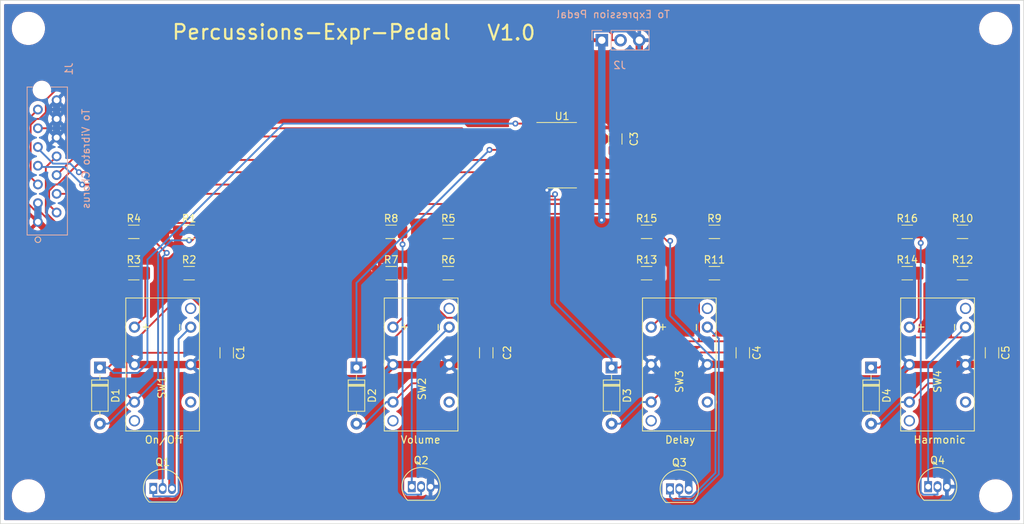
<source format=kicad_pcb>
(kicad_pcb (version 20211014) (generator pcbnew)
  (title_block (title "Vibrato-Chorus-Leslie") (date "2022-02-03") (rev "1.0") (company "Picherie"))
  (layers (0 "F.Cu" signal) (31 "B.Cu" signal) (34 "B.Paste" user) (35 "F.Paste" user) (36 "B.SilkS" user "B.Silkscreen") (37 "F.SilkS" user "F.Silkscreen") (38 "B.Mask" user) (39 "F.Mask" user) (44 "Edge.Cuts" user))
  (net 0 "")
  (net 1 "Net-(C2-Pad1)")
  (net 2 "Net-(C4-Pad1)")
  (net 3 "+5V")
  (net 4 "/EXPR_PEDAL")
  (net 5 "GND")
  (net 6 "Net-(C5-Pad1)")
  (net 7 "Net-(D4-Pad2)")
  (net 8 "/PERC_HARMONIC_THIRD_LED")
  (net 9 "/PERC_HARMONIC_SEL_SWITCH")
  (net 10 "/PERC_ON_OFF_SWITCH")
  (net 11 "/PERC_DELAY_SWITCH")
  (net 12 "Net-(Q4-Pad1)")
  (net 13 "/PERC_DELAY_FAST_LED")
  (net 14 "Net-(Q4-Pad2)")
  (net 15 "/PERC_VOLUME_SWITCH")
  (net 16 "Net-(R14-Pad2)")
  (net 17 "/PERC_VOLUME_NORMAL_LED")
  (net 19 "/PERC_ON_LED")
  (net 20 "Net-(C1-Pad1)")
  (net 21 "Net-(D1-Pad2)")
  (net 22 "Net-(D2-Pad2)")
  (net 23 "Net-(D3-Pad2)")
  (net 24 "Net-(Q2-Pad2)")
  (net 25 "Net-(Q2-Pad1)")
  (net 26 "Net-(Q3-Pad1)")
  (net 27 "Net-(Q3-Pad2)")
  (net 28 "Net-(R7-Pad2)")
  (net 29 "Net-(Q1-Pad1)")
  (net 30 "Net-(Q1-Pad2)")
  (net 31 "Net-(R3-Pad2)")
  (net 32 "Net-(R13-Pad2)")
  (footprint "Resistor_SMD:R_1206_3216Metric_Pad1.30x1.75mm_HandSolder" (layer "F.Cu") (at 206.5 94)
    (fp_text reference "R14")
    (fp_text value "140" hide)
  )
  (footprint "b3_buttons_library:5511MBLKRED" (layer "F.Cu") (at 105.5 106.4 -90)
    (fp_text reference "SW1")
    (fp_text value "E-SWITCH-SW_Push_LED" hide)
  )
  (footprint "b3_buttons_library:5511MBLKRED" (layer "F.Cu") (at 210.6 106.4 -90)
    (fp_text reference "SW4")
    (fp_text value "E-SWITCH-SW_Push_LED" hide)
  )
  (footprint "Resistor_SMD:R_1206_3216Metric_Pad1.30x1.75mm_HandSolder" (layer "F.Cu") (at 171.15 88.4)
    (fp_text reference "R15")
    (fp_text value "2.8K" hide)
  )
  (footprint "Capacitor_SMD:C_1206_3216Metric_Pad1.33x1.80mm_HandSolder" (layer "F.Cu") (at 184.2 104.8 -90)
    (fp_text reference "C4")
    (fp_text value "1uF" hide)
  )
  (footprint "Resistor_SMD:R_1206_3216Metric_Pad1.30x1.75mm_HandSolder" (layer "F.Cu") (at 180.35 88.4)
    (fp_text reference "R9")
    (fp_text value "7.5K" hide)
  )
  (footprint "Resistor_SMD:R_1206_3216Metric_Pad1.30x1.75mm_HandSolder" (layer "F.Cu") (at 109.1 88.4)
    (fp_text reference "R1")
    (fp_text value "7.5K" hide)
  )
  (footprint "Package_TO_SOT_THT:TO-92_Inline" (layer "F.Cu") (at 209.34 122.96)
    (fp_text reference "Q4")
    (fp_text value "BC547" hide)
  )
  (footprint "Package_TO_SOT_THT:TO-92_Inline" (layer "F.Cu") (at 139.3 122.96)
    (fp_text reference "Q2")
    (fp_text value "BC547" hide)
  )
  (footprint "Capacitor_SMD:C_1206_3216Metric_Pad1.33x1.80mm_HandSolder" (layer "F.Cu") (at 149.4 104.8 -90)
    (fp_text reference "C2")
    (fp_text value "1uF" hide)
  )
  (footprint "Resistor_SMD:R_1206_3216Metric_Pad1.30x1.75mm_HandSolder" (layer "F.Cu") (at 109.1 94)
    (fp_text reference "R2")
    (fp_text value "18K" hide)
  )
  (footprint "Resistor_SMD:R_1206_3216Metric_Pad1.30x1.75mm_HandSolder" (layer "F.Cu") (at 101.6 94)
    (fp_text reference "R3")
    (fp_text value "140" hide)
  )
  (footprint "Diode_THT:D_DO-35_SOD27_P7.62mm_Horizontal" (layer "F.Cu") (at 166.4 106.8 -90)
    (fp_text reference "D3")
    (fp_text value "1N4148" hide)
  )
  (footprint "Resistor_SMD:R_1206_3216Metric_Pad1.30x1.75mm_HandSolder" (layer "F.Cu") (at 144.25 94)
    (fp_text reference "R6")
    (fp_text value "18K" hide)
  )
  (footprint "Package_TO_SOT_THT:TO-92_Inline" (layer "F.Cu") (at 104.24 123.2)
    (fp_text reference "Q1")
    (fp_text value "BC547" hide)
  )
  (footprint "MountingHole:MountingHole_3.5mm" (layer "F.Cu") (at 87.3 124.2)
    (fp_text reference "REF4" hide)
    (fp_text value "MountingHole_3.5mm" hide)
  )
  (footprint "Diode_THT:D_DO-35_SOD27_P7.62mm_Horizontal" (layer "F.Cu") (at 97 106.8 -90)
    (fp_text reference "D1")
    (fp_text value "1N4148" hide)
  )
  (footprint "Resistor_SMD:R_1206_3216Metric_Pad1.30x1.75mm_HandSolder" (layer "F.Cu") (at 101.6 88.4)
    (fp_text reference "R4")
    (fp_text value "2.8K" hide)
  )
  (footprint "Resistor_SMD:R_1206_3216Metric_Pad1.30x1.75mm_HandSolder" (layer "F.Cu") (at 214 88.4)
    (fp_text reference "R10")
    (fp_text value "7.5K" hide)
  )
  (footprint "Resistor_SMD:R_1206_3216Metric_Pad1.30x1.75mm_HandSolder" (layer "F.Cu") (at 136.5 94)
    (fp_text reference "R7")
    (fp_text value "140" hide)
  )
  (footprint "Resistor_SMD:R_1206_3216Metric_Pad1.30x1.75mm_HandSolder" (layer "F.Cu") (at 171.15 94)
    (fp_text reference "R13")
    (fp_text value "140" hide)
  )
  (footprint "Package_SO:SOIC-14_3.9x8.7mm_P1.27mm" (layer "F.Cu") (at 159.7 78)
    (fp_text reference "U1")
    (fp_text value "74HC14" hide)
  )
  (footprint "Diode_THT:D_DO-35_SOD27_P7.62mm_Horizontal" (layer "F.Cu") (at 131.8 106.8 -90)
    (fp_text reference "D2")
    (fp_text value "1N4148" hide)
  )
  (footprint "MountingHole:MountingHole_3.5mm" (layer "F.Cu") (at 218.5 60.8)
    (fp_text reference "REF2" hide)
    (fp_text value "MountingHole_3.5mm" hide)
  )
  (footprint "Diode_THT:D_DO-35_SOD27_P7.62mm_Horizontal" (layer "F.Cu") (at 201.6 106.8 -90)
    (fp_text reference "D4")
    (fp_text value "1N4148" hide)
  )
  (footprint "MountingHole:MountingHole_3.5mm" (layer "F.Cu") (at 218.5 124.2)
    (fp_text reference "REF3" hide)
    (fp_text value "MountingHole_3.5mm" hide)
  )
  (footprint "Capacitor_SMD:C_1206_3216Metric_Pad1.33x1.80mm_HandSolder" (layer "F.Cu") (at 166.9 75.8 -90)
    (fp_text reference "C3")
    (fp_text value "100n" hide)
  )
  (footprint "Capacitor_SMD:C_1206_3216Metric_Pad1.33x1.80mm_HandSolder" (layer "F.Cu") (at 114.2 104.8 -90)
    (fp_text reference "C1")
    (fp_text value "1uF" hide)
  )
  (footprint "Resistor_SMD:R_1206_3216Metric_Pad1.30x1.75mm_HandSolder" (layer "F.Cu") (at 206.5 88.4)
    (fp_text reference "R16")
    (fp_text value "2.8K" hide)
  )
  (footprint "b3_buttons_library:5511MBLKRED" (layer "F.Cu") (at 175.58 106.4 -90)
    (fp_text reference "SW3")
    (fp_text value "E-SWITCH-SW_Push_LED" hide)
  )
  (footprint "Capacitor_SMD:C_1206_3216Metric_Pad1.33x1.80mm_HandSolder" (layer "F.Cu") (at 218 104.8 -90)
    (fp_text reference "C5")
    (fp_text value "1uF" hide)
  )
  (footprint "Resistor_SMD:R_1206_3216Metric_Pad1.30x1.75mm_HandSolder" (layer "F.Cu") (at 180.35 94)
    (fp_text reference "R11")
    (fp_text value "18K" hide)
  )
  (footprint "Resistor_SMD:R_1206_3216Metric_Pad1.30x1.75mm_HandSolder" (layer "F.Cu") (at 144.25 88.4)
    (fp_text reference "R5")
    (fp_text value "7.5K" hide)
  )
  (footprint "Resistor_SMD:R_1206_3216Metric_Pad1.30x1.75mm_HandSolder" (layer "F.Cu") (at 136.5 88.4)
    (fp_text reference "R8")
    (fp_text value "2.8K" hide)
  )
  (footprint "Package_TO_SOT_THT:TO-92_Inline" (layer "F.Cu") (at 174.32 123.26)
    (fp_text reference "Q3")
    (fp_text value "BC547" hide)
  )
  (footprint "MountingHole:MountingHole_3.5mm" (layer "F.Cu") (at 87.3 60.8)
    (fp_text reference "REF1" hide)
    (fp_text value "MountingHole_3.5mm" hide)
  )
  (footprint "b3_buttons_library:5511MBLKRED" (layer "F.Cu") (at 140.56 106.4 -90)
    (fp_text reference "SW2")
    (fp_text value "E-SWITCH-SW_Push_LED" hide)
  )
  (footprint "Resistor_SMD:R_1206_3216Metric_Pad1.30x1.75mm_HandSolder" (layer "F.Cu") (at 214 94)
    (fp_text reference "R12")
    (fp_text value "18K" hide)
  )
  (footprint "b3_connectors_library:MicroMatch_2x07_P1.27mm_Vertical" (layer "B.Cu") (at 88.6365 87.0596 90)
    (fp_text reference "J1")
    (fp_text value "8-215079-4" hide)
  )
  (footprint "Connector_PinHeader_2.54mm:PinHeader_1x03_P2.54mm_Vertical" (layer "B.Cu") (at 165.075 62.4 -90)
    (fp_text reference "J2")
    (fp_text value "Conn_01x03" hide)
  )
  (gr_line (start 95.1 128) (end 185.4 128) (layer "Edge.Cuts") (width 0.1))
  (gr_line (start 222.3 128) (end 222.3 57) (layer "Edge.Cuts") (width 0.1))
  (gr_line (start 83.5 128) (end 95.1 128) (layer "Edge.Cuts") (width 0.1))
  (gr_line (start 83.5 57) (end 83.5 128) (layer "Edge.Cuts") (width 0.1))
  (gr_line (start 95.4 57) (end 222.3 57) (layer "Edge.Cuts") (width 0.1))
  (gr_line (start 185.4 128) (end 222.3 128) (layer "Edge.Cuts") (width 0.1))
  (gr_line (start 95.4 57) (end 83.5 57) (layer "Edge.Cuts") (width 0.1))
  (gr_text "To Vibrato Chorus" (at 95.1 78.5 90) (layer "B.SilkS") (effects (font (size 1 1)) (justify mirror)))
  (gr_text "To Expression Pedal" (at 166.6 58.9) (layer "B.SilkS") (effects (font (size 1 1)) (justify mirror)))
  (gr_text "Volume" (at 140.5 116.6) (layer "F.SilkS") (effects (font (size 1 1))))
  (gr_text "Delay" (at 175.7 116.6) (layer "F.SilkS") (effects (font (size 1 1))))
  (gr_text "On/Off" (at 105.7 116.6) (layer "F.SilkS") (effects (font (size 1 1))))
  (gr_text "Percussions-Expr-Pedal" (at 125.7 61.3) (layer "F.SilkS") (effects (font (size 2 2) (thickness 0.3))))
  (gr_text "Harmonic" (at 210.9 116.6) (layer "F.SilkS") (effects (font (size 1 1))))
  (gr_text "V1.0" (at 152.8 61.4) (layer "F.SilkS") (effects (font (size 2 2) (thickness 0.3))))
  (segment (start 141.8555 97.8698) (end 142.7 97.0253) (width 0.25) (layer "F.Cu") (net 1))
  (segment (start 157.225 76.73) (end 156.6789 77.2761) (width 0.25) (layer "F.Cu") (net 1))
  (segment (start 156.6789 77.2761) (end 149.8399 77.2761) (width 0.25) (layer "F.Cu") (net 1))
  (segment (start 131.8 106.8) (end 132.9253 106.8) (width 0.25) (layer "F.Cu") (net 1))
  (segment (start 132.9253 106.8) (end 141.8555 97.8698) (width 0.25) (layer "F.Cu") (net 1))
  (segment (start 141.8555 97.8698) (end 144.0356 100.05) (width 0.25) (layer "F.Cu") (net 1))
  (segment (start 144.0356 100.05) (end 146.2125 100.05) (width 0.25) (layer "F.Cu") (net 1))
  (segment (start 146.2125 100.05) (end 149.4 103.2375) (width 0.25) (layer "F.Cu") (net 1))
  (segment (start 142.7 97.0253) (end 142.7 94) (width 0.25) (layer "F.Cu") (net 1))
  (via (at 149.8399 77.2761) (size 0.8) (drill 0.4) (layers "F.Cu" "B.Cu") (net 1))
  (segment (start 149.8399 77.2761) (end 131.8 95.316) (width 0.25) (layer "B.Cu") (net 1))
  (segment (start 131.8 95.316) (end 131.8 106.8) (width 0.25) (layer "B.Cu") (net 1))
  (segment (start 158.7345 83.2935) (end 158.4594 83.5686) (width 0.25) (layer "F.Cu") (net 2))
  (segment (start 156.7384 79.27) (end 157.225 79.27) (width 0.25) (layer "F.Cu") (net 2))
  (segment (start 157.2363 83.5686) (end 155.9121 82.2444) (width 0.25) (layer "F.Cu") (net 2))
  (segment (start 155.9121 82.2444) (end 155.9121 80.0963) (width 0.25) (layer "F.Cu") (net 2))
  (segment (start 166.4 106.8) (end 167.5253 106.8) (width 0.25) (layer "F.Cu") (net 2))
  (segment (start 178.8 94) (end 178.2658 94.5342) (width 0.25) (layer "F.Cu") (net 2))
  (segment (start 171.0878 103.2375) (end 178.2658 103.2375) (width 0.25) (layer "F.Cu") (net 2))
  (segment (start 155.9121 80.0963) (end 156.7384 79.27) (width 0.25) (layer "F.Cu") (net 2))
  (segment (start 167.5253 106.8) (end 171.0878 103.2375) (width 0.25) (layer "F.Cu") (net 2))
  (segment (start 158.4594 83.5686) (end 157.2363 83.5686) (width 0.25) (layer "F.Cu") (net 2))
  (segment (start 178.2658 103.2375) (end 184.2 103.2375) (width 0.25) (layer "F.Cu") (net 2))
  (segment (start 178.2658 94.5342) (end 178.2658 103.2375) (width 0.25) (layer "F.Cu") (net 2))
  (via (at 158.7345 83.2935) (size 0.8) (drill 0.4) (layers "F.Cu" "B.Cu") (net 2))
  (segment (start 166.4 105.6747) (end 158.7345 98.0092) (width 0.25) (layer "B.Cu") (net 2))
  (segment (start 166.4 106.8) (end 166.4 105.6747) (width 0.25) (layer "B.Cu") (net 2))
  (segment (start 158.7345 98.0092) (end 158.7345 83.2935) (width 0.25) (layer "B.Cu") (net 2))
  (segment (start 166.9 74.2375) (end 164.5138 71.8512) (width 1) (layer "F.Cu") (net 3))
  (segment (start 204.95 94) (end 207.4625 91.4875) (width 1) (layer "F.Cu") (net 3))
  (segment (start 180.3835 86.8165) (end 197.7665 86.8165) (width 1) (layer "F.Cu") (net 3))
  (segment (start 142.7 88.4) (end 144.2962 86.8038) (width 1) (layer "F.Cu") (net 3))
  (segment (start 169.6 91.2) (end 169.6 94) (width 1) (layer "F.Cu") (net 3))
  (segment (start 132.2735 91.3235) (end 134.95 94) (width 1) (layer "F.Cu") (net 3))
  (segment (start 207.4625 91.4875) (end 209.3625 91.4875) (width 1) (layer "F.Cu") (net 3))
  (segment (start 137.5098 91.4402) (end 139.6598 91.4402) (width 1) (layer "F.Cu") (net 3))
  (segment (start 101.6979 92.3521) (end 106.5214 92.3521) (width 1) (layer "F.Cu") (net 3))
  (segment (start 178.8 88.4) (end 180.3835 86.8165) (width 1) (layer "F.Cu") (net 3))
  (segment (start 95.5447 94) (end 100.05 94) (width 1) (layer "F.Cu") (net 3))
  (segment (start 165.075 62.4) (end 165.075 71.29) (width 1) (layer "F.Cu") (net 3))
  (segment (start 209.3625 91.4875) (end 212.45 88.4) (width 1) (layer "F.Cu") (net 3))
  (segment (start 197.7665 86.8165) (end 204.95 94) (width 1) (layer "F.Cu") (net 3))
  (segment (start 164.5138 71.8512) (end 162.175 74.19) (width 1) (layer "F.Cu") (net 3))
  (segment (start 106.5214 92.3521) (end 107.55 91.3235) (width 1) (layer "F.Cu") (net 3))
  (segment (start 165.2038 86.8038) (end 169.6 91.2) (width 1) (layer "F.Cu") (net 3))
  (segment (start 100.05 94) (end 101.6979 92.3521) (width 1) (layer "F.Cu") (net 3))
  (segment (start 176 91.2) (end 178.8 88.4) (width 1) (layer "F.Cu") (net 3))
  (segment (start 107.55 91.3235) (end 132.2735 91.3235) (width 1) (layer "F.Cu") (net 3))
  (segment (start 88.5917 87.047) (end 95.5447 94) (width 1) (layer "F.Cu") (net 3))
  (segment (start 107.55 91.3235) (end 107.55 88.4) (width 1) (layer "F.Cu") (net 3))
  (segment (start 169.6 91.2) (end 176 91.2) (width 1) (layer "F.Cu") (net 3))
  (segment (start 165.075 71.29) (end 164.5138 71.8512) (width 1) (layer "F.Cu") (net 3))
  (segment (start 165.0438 86.8038) (end 165.2038 86.8038) (width 1) (layer "F.Cu") (net 3))
  (segment (start 144.2962 86.8038) (end 165.0438 86.8038) (width 1) (layer "F.Cu") (net 3))
  (segment (start 139.6598 91.4402) (end 142.7 88.4) (width 1) (layer "F.Cu") (net 3))
  (segment (start 134.95 94) (end 137.5098 91.4402) (width 1) (layer "F.Cu") (net 3))
  (via (at 165.0438 86.8038) (size 0.8) (drill 0.4) (layers "F.Cu" "B.Cu") (net 3))
  (segment (start 88.5917 84.507) (end 88.5917 87.047) (width 1) (layer "B.Cu") (net 3))
  (segment (start 165.075 62.4) (end 165.075 86.7726) (width 1) (layer "B.Cu") (net 3))
  (segment (start 165.075 86.7726) (end 165.0438 86.8038) (width 1) (layer "B.Cu") (net 3))
  (segment (start 167.615 62.4) (end 166.4397 62.4) (width 0.25) (layer "F.Cu") (net 4))
  (segment (start 88.7698 73.077) (end 88.406 73.077) (width 0.25) (layer "F.Cu") (net 4))
  (segment (start 87.6042 80.9795) (end 88.5917 81.967) (width 0.25) (layer "F.Cu") (net 4))
  (segment (start 166.4397 62.4) (end 166.4397 61.592) (width 0.25) (layer "F.Cu") (net 4))
  (segment (start 87.6042 73.8788) (end 87.6042 80.9795) (width 0.25) (layer "F.Cu") (net 4))
  (segment (start 89.6634 70.5082) (end 89.6634 72.1834) (width 0.25) (layer "F.Cu") (net 4))
  (segment (start 166.0723 61.2246) (end 98.947 61.2246) (width 0.25) (layer "F.Cu") (net 4))
  (segment (start 89.6634 72.1834) (end 88.7698 73.077) (width 0.25) (layer "F.Cu") (net 4))
  (segment (start 166.4397 61.592) (end 166.0723 61.2246) (width 0.25) (layer "F.Cu") (net 4))
  (segment (start 88.406 73.077) (end 87.6042 73.8788) (width 0.25) (layer "F.Cu") (net 4))
  (segment (start 98.947 61.2246) (end 89.6634 70.5082) (width 0.25) (layer "F.Cu") (net 4))
  (segment (start 106.78 106.4) (end 106.78 123.2) (width 1) (layer "F.Cu") (net 5))
  (segment (start 184.2 106.3625) (end 186.1718 108.3343) (width 1) (layer "F.Cu") (net 5))
  (segment (start 149.3625 106.4) (end 149.4 106.3625) (width 1) (layer "F.Cu") (net 5))
  (segment (start 114.2 106.3625) (end 109.3475 106.3625) (width 1) (layer "F.Cu") (net 5))
  (segment (start 116.1379 108.3004) (end 114.2 106.3625) (width 1) (layer "F.Cu") (net 5))
  (segment (start 157.225 82.3386) (end 157.6203 82.7339) (width 1) (layer "F.Cu") (net 5))
  (segment (start 206.79 106.4) (end 214.41 106.4) (width 1) (layer "F.Cu") (net 5))
  (segment (start 218 106.3625) (end 214.4475 106.3625) (width 1) (layer "F.Cu") (net 5))
  (segment (start 204.8557 108.3343) (end 206.79 106.4) (width 1) (layer "F.Cu") (net 5))
  (segment (start 144.37 106.4) (end 136.75 106.4) (width 1) (layer "F.Cu") (net 5))
  (segment (start 109.31 106.4) (end 106.78 106.4) (width 1) (layer "F.Cu") (net 5))
  (segment (start 170.155 62.4) (end 170.155 74.1075) (width 1) (layer "F.Cu") (net 5))
  (segment (start 214.4475 106.3625) (end 214.41 106.4) (width 1) (layer "F.Cu") (net 5))
  (segment (start 109.3475 106.3625) (end 109.31 106.4) (width 1) (layer "F.Cu") (net 5))
  (segment (start 179.4275 106.3625) (end 184.2 106.3625) (width 1) (layer "F.Cu") (net 5))
  (segment (start 144.37 106.4) (end 149.3625 106.4) (width 1) (layer "F.Cu") (net 5))
  (segment (start 170.155 74.1075) (end 166.9 77.3625) (width 1) (layer "F.Cu") (net 5))
  (segment (start 134.8496 108.3004) (end 116.1379 108.3004) (width 1) (layer "F.Cu") (net 5))
  (segment (start 106.78 106.4) (end 101.69 106.4) (width 1) (layer "F.Cu") (net 5))
  (segment (start 157.225 81.81) (end 157.225 82.3386) (width 1) (layer "F.Cu") (net 5))
  (segment (start 179.39 106.4) (end 179.4275 106.3625) (width 1) (layer "F.Cu") (net 5))
  (segment (start 136.75 106.4) (end 134.8496 108.3004) (width 1) (layer "F.Cu") (net 5))
  (segment (start 186.1718 108.3343) (end 204.8557 108.3343) (width 1) (layer "F.Cu") (net 5))
  (via (at 157.6203 82.7339) (size 0.8) (drill 0.4) (layers "F.Cu" "B.Cu") (net 5))
  (segment (start 163.4967 61.2402) (end 163.8885 60.8484) (width 1) (layer "B.Cu") (net 5))
  (segment (start 153.8853 96.8847) (end 144.37 106.4) (width 1) (layer "B.Cu") (net 5))
  (segment (start 179.39 106.4) (end 176.2151 109.5749) (width 1) (layer "B.Cu") (net 5))
  (segment (start 211.88 122.96) (end 211.88 108.93) (width 1) (layer "B.Cu") (net 5))
  (segment (start 91.1317 73.077) (end 91.1317 75.617) (width 1) (layer "B.Cu") (net 5))
  (segment (start 101.69 106.4) (end 96.8017 101.5117) (width 1) (layer "B.Cu") (net 5))
  (segment (start 144.37 106.4) (end 141.84 108.93) (width 1) (layer "B.Cu") (net 5))
  (segment (start 176.2151 109.5749) (end 176.86 110.2198) (width 1) (layer "B.Cu") (net 5))
  (segment (start 163.4967 77.278) (end 163.4967 61.2402) (width 1) (layer "B.Cu") (net 5))
  (segment (start 211.88 108.93) (end 214.41 106.4) (width 1) (layer "B.Cu") (net 5))
  (segment (start 171.77 106.4) (end 174.9449 109.5749) (width 1) (layer "B.Cu") (net 5))
  (segment (start 163.8885 60.8484) (end 168.6034 60.8484) (width 1) (layer "B.Cu") (net 5))
  (segment (start 176.86 110.2198) (end 176.86 123.26) (width 1) (layer "B.Cu") (net 5))
  (segment (start 91.1317 70.537) (end 91.1317 73.077) (width 1) (layer "B.Cu") (net 5))
  (segment (start 96.8017 81.287) (end 91.1317 75.617) (width 1) (layer "B.Cu") (net 5))
  (segment (start 153.8853 96.8847) (end 157.6203 93.1497) (width 1) (layer "B.Cu") (net 5))
  (segment (start 165.301 108.3004) (end 153.8853 96.8847) (width 1) (layer "B.Cu") (net 5))
  (segment (start 163.0762 77.278) (end 163.4967 77.278) (width 1) (layer "B.Cu") (net 5))
  (segment (start 169.8696 108.3004) (end 165.301 108.3004) (width 1) (layer "B.Cu") (net 5))
  (segment (start 168.6034 60.8484) (end 170.155 62.4) (width 1) (layer "B.Cu") (net 5))
  (segment (start 157.6203 82.7339) (end 163.0762 77.278) (width 1) (layer "B.Cu") (net 5))
  (segment (start 174.9449 109.5749) (end 176.2151 109.5749) (width 1) (layer "B.Cu") (net 5))
  (segment (start 141.84 108.93) (end 141.84 122.96) (width 1) (layer "B.Cu") (net 5))
  (segment (start 157.6203 93.1497) (end 157.6203 82.7339) (width 1) (layer "B.Cu") (net 5))
  (segment (start 171.77 106.4) (end 169.8696 108.3004) (width 1) (layer "B.Cu") (net 5))
  (segment (start 96.8017 101.5117) (end 96.8017 81.287) (width 1) (layer "B.Cu") (net 5))
  (segment (start 213.449 87.541) (end 206.448 80.54) (width 0.25) (layer "F.Cu") (net 6))
  (segment (start 218 103.2375) (end 217.4723 102.7098) (width 0.25) (layer "F.Cu") (net 6))
  (segment (start 206.8155 102.7098) (end 202.7253 106.8) (width 0.25) (layer "F.Cu") (net 6))
  (segment (start 212.45 102.7098) (end 206.8155 102.7098) (width 0.25) (layer "F.Cu") (net 6))
  (segment (start 206.448 80.54) (end 162.175 80.54) (width 0.25) (layer "F.Cu") (net 6))
  (segment (start 217.4723 102.7098) (end 212.45 102.7098) (width 0.25) (layer "F.Cu") (net 6))
  (segment (start 212.45 94) (end 212.45 102.7098) (width 0.25) (layer "F.Cu") (net 6))
  (segment (start 212.45 94) (end 213.449 93.001) (width 0.25) (layer "F.Cu") (net 6))
  (segment (start 201.6 106.8) (end 202.7253 106.8) (width 0.25) (layer "F.Cu") (net 6))
  (segment (start 213.449 93.001) (end 213.449 87.541) (width 0.25) (layer "F.Cu") (net 6))
  (segment (start 219.7 107.954) (end 218.714 108.94) (width 0.25) (layer "F.Cu") (net 7))
  (segment (start 218.714 108.94) (end 209.33 108.94) (width 0.25) (layer "F.Cu") (net 7))
  (segment (start 215.55 94) (end 215.55 88.4) (width 0.25) (layer "F.Cu") (net 7))
  (segment (start 219.7 98.15) (end 219.7 107.954) (width 0.25) (layer "F.Cu") (net 7))
  (segment (start 215.55 94) (end 219.7 98.15) (width 0.25) (layer "F.Cu") (net 7))
  (segment (start 209.33 108.94) (end 206.79 111.48) (width 0.25) (layer "F.Cu") (net 7))
  (segment (start 202.7253 114.42) (end 205.6653 111.48) (width 0.25) (layer "B.Cu") (net 7))
  (segment (start 201.6 114.42) (end 202.7253 114.42) (width 0.25) (layer "B.Cu") (net 7))
  (segment (start 205.6653 111.48) (end 206.79 111.48) (width 0.25) (layer "B.Cu") (net 7))
  (segment (start 204.95 88.4) (end 201.1721 84.6221) (width 0.25) (layer "F.Cu") (net 8))
  (segment (start 132.446 84.6221) (end 129.8082 81.9843) (width 0.25) (layer "F.Cu") (net 8))
  (segment (start 201.1721 84.6221) (end 132.446 84.6221) (width 0.25) (layer "F.Cu") (net 8))
  (segment (start 129.8082 81.9843) (end 94.5993 81.9843) (width 0.25) (layer "F.Cu") (net 8))
  (via (at 94.5993 81.9843) (size 0.8) (drill 0.4) (layers "F.Cu" "B.Cu") (net 8))
  (segment (start 92.2082 79.5932) (end 94.5993 81.9843) (width 0.25) (layer "B.Cu") (net 8))
  (segment (start 88.7579 79.5932) (end 92.2082 79.5932) (width 0.25) (layer "B.Cu") (net 8))
  (segment (start 88.5917 79.427) (end 88.7579 79.5932) (width 0.25) (layer "B.Cu") (net 8))
  (segment (start 159.966 84.019) (end 155.7245 84.019) (width 0.25) (layer "F.Cu") (net 9))
  (segment (start 155.7245 84.019) (end 152.0139 80.3084) (width 0.25) (layer "F.Cu") (net 9))
  (segment (start 152.0139 80.3084) (end 94.1489 80.3084) (width 0.25) (layer "F.Cu") (net 9))
  (segment (start 162.175 81.81) (end 159.966 84.019) (width 0.25) (layer "F.Cu") (net 9))
  (via (at 94.1489 80.3084) (size 0.8) (drill 0.4) (layers "F.Cu" "B.Cu") (net 9))
  (segment (start 88.5917 77.0838) (end 90.6507 79.1428) (width 0.25) (layer "B.Cu") (net 9))
  (segment (start 90.6507 79.1428) (end 92.9833 79.1428) (width 0.25) (layer "B.Cu") (net 9))
  (segment (start 88.5917 76.887) (end 88.5917 77.0838) (width 0.25) (layer "B.Cu") (net 9))
  (segment (start 92.9833 79.1428) (end 94.1489 80.3084) (width 0.25) (layer "B.Cu") (net 9))
  (segment (start 91.1317 80.697) (end 96.3687 75.46) (width 0.25) (layer "F.Cu") (net 10))
  (segment (start 96.3687 75.46) (end 157.225 75.46) (width 0.25) (layer "F.Cu") (net 10))
  (segment (start 158.2969 74.825) (end 158.5844 75.1125) (width 0.25) (layer "F.Cu") (net 11))
  (segment (start 158.5844 75.1125) (end 158.5844 79.6385) (width 0.25) (layer "F.Cu") (net 11))
  (segment (start 158.5844 79.6385) (end 157.6829 80.54) (width 0.25) (layer "F.Cu") (net 11))
  (segment (start 146.576 74.825) (end 158.2969 74.825) (width 0.25) (layer "F.Cu") (net 11))
  (segment (start 157.6829 80.54) (end 157.225 80.54) (width 0.25) (layer "F.Cu") (net 11))
  (segment (start 146.098 74.347) (end 146.576 74.825) (width 0.25) (layer "F.Cu") (net 11))
  (segment (start 88.5917 74.347) (end 146.098 74.347) (width 0.25) (layer "F.Cu") (net 11))
  (segment (start 209.34 122.96) (end 209.34 106.39) (width 0.25) (layer "B.Cu") (net 12))
  (segment (start 209.34 106.39) (end 214.41 101.32) (width 0.25) (layer "B.Cu") (net 12))
  (segment (start 88.5917 71.807) (end 87.1474 73.2513) (width 0.25) (layer "F.Cu") (net 13))
  (segment (start 135.6563 89.61) (end 136.5 88.7663) (width 0.25) (layer "F.Cu") (net 13))
  (segment (start 88.8641 85.6176) (end 92.8808 89.6343) (width 0.25) (layer "F.Cu") (net 13))
  (segment (start 101.6 88.732) (end 101.6 88.0611) (width 0.25) (layer "F.Cu") (net 13))
  (segment (start 100.6977 89.6343) (end 101.6 88.732) (width 0.25) (layer "F.Cu") (net 13))
  (segment (start 101.6 88.0611) (end 102.469 87.1921) (width 0.25) (layer "F.Cu") (net 13))
  (segment (start 87.1474 84.4567) (end 88.3083 85.6176) (width 0.25) (layer "F.Cu") (net 13))
  (segment (start 102.469 87.1921) (end 131.7896 87.1921) (width 0.25) (layer "F.Cu") (net 13))
  (segment (start 136.5 88.7663) (end 136.5 88.0804) (width 0.25) (layer "F.Cu") (net 13))
  (segment (start 88.3083 85.6176) (end 88.8641 85.6176) (width 0.25) (layer "F.Cu") (net 13))
  (segment (start 134.2075 89.61) (end 135.6563 89.61) (width 0.25) (layer "F.Cu") (net 13))
  (segment (start 131.7896 87.1921) (end 134.2075 89.61) (width 0.25) (layer "F.Cu") (net 13))
  (segment (start 87.1474 73.2513) (end 87.1474 84.4567) (width 0.25) (layer "F.Cu") (net 13))
  (segment (start 138.6205 85.9599) (end 167.1599 85.9599) (width 0.25) (layer "F.Cu") (net 13))
  (segment (start 167.1599 85.9599) (end 169.6 88.4) (width 0.25) (layer "F.Cu") (net 13))
  (segment (start 92.8808 89.6343) (end 100.6977 89.6343) (width 0.25) (layer "F.Cu") (net 13))
  (segment (start 136.5 88.0804) (end 138.6205 85.9599) (width 0.25) (layer "F.Cu") (net 13))
  (segment (start 208.05 88.4) (end 208.3318 88.6818) (width 0.25) (layer "F.Cu") (net 14))
  (segment (start 208.3318 88.6818) (end 208.3318 89.9052) (width 0.25) (layer "F.Cu") (net 14))
  (via (at 208.3318 89.9052) (size 0.8) (drill 0.4) (layers "F.Cu" "B.Cu") (net 14))
  (segment (start 210.61 124.0353) (end 208.6739 124.0353) (width 0.25) (layer "B.Cu") (net 14))
  (segment (start 208.6739 124.0353) (end 208.3318 123.6932) (width 0.25) (layer "B.Cu") (net 14))
  (segment (start 210.61 122.96) (end 210.61 124.0353) (width 0.25) (layer "B.Cu") (net 14))
  (segment (start 208.3318 123.6932) (end 208.3318 89.9052) (width 0.25) (layer "B.Cu") (net 14))
  (segment (start 90.1133 84.7586) (end 90.1133 82.8274) (width 0.25) (layer "F.Cu") (net 15))
  (segment (start 90.9737 81.967) (end 91.2597 81.967) (width 0.25) (layer "F.Cu") (net 15))
  (segment (start 94.5827 78.644) (end 156.581 78.644) (width 0.25) (layer "F.Cu") (net 15))
  (segment (start 91.2597 81.967) (end 94.5827 78.644) (width 0.25) (layer "F.Cu") (net 15))
  (segment (start 156.581 78.644) (end 157.225 78) (width 0.25) (layer "F.Cu") (net 15))
  (segment (start 90.1133 82.8274) (end 90.9737 81.967) (width 0.25) (layer "F.Cu") (net 15))
  (segment (start 91.1317 85.777) (end 90.1133 84.7586) (width 0.25) (layer "F.Cu") (net 15))
  (segment (start 208.05 100.06) (end 208.05 94) (width 0.25) (layer "F.Cu") (net 16))
  (segment (start 206.79 101.32) (end 208.05 100.06) (width 0.25) (layer "F.Cu") (net 16))
  (segment (start 91.1317 83.237) (end 129.787 83.237) (width 0.25) (layer "F.Cu") (net 17))
  (segment (start 129.787 83.237) (end 134.95 88.4) (width 0.25) (layer "F.Cu") (net 17))
  (segment (start 92.2834 88.4) (end 100.05 88.4) (width 0.25) (layer "F.Cu") (net 19))
  (segment (start 91.1317 78.157) (end 89.6629 79.6258) (width 0.25) (layer "F.Cu") (net 19))
  (segment (start 89.6629 85.7795) (end 92.2834 88.4) (width 0.25) (layer "F.Cu") (net 19))
  (segment (start 89.6629 79.6258) (end 89.6629 85.7795) (width 0.25) (layer "F.Cu") (net 19))
  (segment (start 156.7458 73.7108) (end 157.225 74.19) (width 0.25) (layer "F.Cu") (net 20))
  (segment (start 114.2 102.0398) (end 108.642 96.4818) (width 0.25) (layer "F.Cu") (net 20))
  (segment (start 114.2 103.2375) (end 114.2 102.0398) (width 0.25) (layer "F.Cu") (net 20))
  (segment (start 97 106.8) (end 98.1253 106.8) (width 0.25) (layer "F.Cu") (net 20))
  (segment (start 108.4435 94.8935) (end 108.4435 96.4818) (width 0.25) (layer "F.Cu") (net 20))
  (segment (start 108.4435 96.4818) (end 98.1253 106.8) (width 0.25) (layer "F.Cu") (net 20))
  (segment (start 153.3528 73.7108) (end 156.7458 73.7108) (width 0.25) (layer "F.Cu") (net 20))
  (segment (start 107.55 94) (end 108.4435 94.8935) (width 0.25) (layer "F.Cu") (net 20))
  (segment (start 108.642 96.4818) (end 108.4435 96.4818) (width 0.25) (layer "F.Cu") (net 20))
  (via (at 153.3528 73.7108) (size 0.8) (drill 0.4) (layers "F.Cu" "B.Cu") (net 20))
  (segment (start 97 106.8) (end 98.1253 106.8) (width 0.25) (layer "B.Cu") (net 20))
  (segment (start 121.8861 73.7108) (end 153.3528 73.7108) (width 0.25) (layer "B.Cu") (net 20))
  (segment (start 102.15 107.5256) (end 103.4489 106.2267) (width 0.25) (layer "B.Cu") (net 20))
  (segment (start 103.4489 92.148) (end 121.8861 73.7108) (width 0.25) (layer "B.Cu") (net 20))
  (segment (start 98.8509 107.5256) (end 102.15 107.5256) (width 0.25) (layer "B.Cu") (net 20))
  (segment (start 103.4489 106.2267) (end 103.4489 92.148) (width 0.25) (layer "B.Cu") (net 20))
  (segment (start 98.1253 106.8) (end 98.8509 107.5256) (width 0.25) (layer "B.Cu") (net 20))
  (segment (start 100.6007 105.8761) (end 101.6768 104.8) (width 0.25) (layer "F.Cu") (net 21))
  (segment (start 115.4751 98.8251) (end 110.65 94) (width 0.25) (layer "F.Cu") (net 21))
  (segment (start 109.1 89.5502) (end 109.4998 89.5502) (width 0.25) (layer "F.Cu") (net 21))
  (segment (start 109.4998 89.5502) (end 110.65 88.4) (width 0.25) (layer "F.Cu") (net 21))
  (segment (start 101.69 111.48) (end 100.6007 110.3907) (width 0.25) (layer "F.Cu") (net 21))
  (segment (start 115.4751 103.8675) (end 115.4751 98.8251) (width 0.25) (layer "F.Cu") (net 21))
  (segment (start 114.5426 104.8) (end 115.4751 103.8675) (width 0.25) (layer "F.Cu") (net 21))
  (segment (start 100.6007 110.3907) (end 100.6007 105.8761) (width 0.25) (layer "F.Cu") (net 21))
  (segment (start 101.6768 104.8) (end 114.5426 104.8) (width 0.25) (layer "F.Cu") (net 21))
  (via (at 109.1 89.5502) (size 0.8) (drill 0.4) (layers "F.Cu" "B.Cu") (net 21))
  (segment (start 101.0653 111.48) (end 101.69 111.48) (width 0.25) (layer "B.Cu") (net 21))
  (segment (start 97 114.42) (end 98.1253 114.42) (width 0.25) (layer "B.Cu") (net 21))
  (segment (start 101.69 111.48) (end 104.8893 108.2807) (width 0.25) (layer "B.Cu") (net 21))
  (segment (start 98.1253 114.42) (end 101.0653 111.48) (width 0.25) (layer "B.Cu") (net 21))
  (segment (start 106.6867 89.5502) (end 109.1 89.5502) (width 0.25) (layer "B.Cu") (net 21))
  (segment (start 104.8893 91.3476) (end 106.6867 89.5502) (width 0.25) (layer "B.Cu") (net 21))
  (segment (start 104.8893 108.2807) (end 104.8893 91.3476) (width 0.25) (layer "B.Cu") (net 21))
  (segment (start 148.7181 108.94) (end 139.29 108.94) (width 0.25) (layer "F.Cu") (net 22))
  (segment (start 139.29 108.94) (end 136.75 111.48) (width 0.25) (layer "F.Cu") (net 22))
  (segment (start 145.8 88.4) (end 145.8 94) (width 0.25) (layer "F.Cu") (net 22))
  (segment (start 145.8 94) (end 150.6271 98.8271) (width 0.25) (layer "F.Cu") (net 22))
  (segment (start 150.6271 98.8271) (end 150.6271 107.031) (width 0.25) (layer "F.Cu") (net 22))
  (segment (start 150.6271 107.031) (end 148.7181 108.94) (width 0.25) (layer "F.Cu") (net 22))
  (segment (start 131.8 114.42) (end 132.9253 114.42) (width 0.25) (layer "B.Cu") (net 22))
  (segment (start 135.8653 111.48) (end 132.9253 114.42) (width 0.25) (layer "B.Cu") (net 22))
  (segment (start 136.75 111.48) (end 135.8653 111.48) (width 0.25) (layer "B.Cu") (net 22))
  (segment (start 185.4539 103.92) (end 184.6212 104.7527) (width 0.25) (layer "F.Cu") (net 23))
  (segment (start 181.9 94) (end 185.4539 97.5539) (width 0.25) (layer "F.Cu") (net 23))
  (segment (start 185.4539 97.5539) (end 185.4539 103.92) (width 0.25) (layer "F.Cu") (net 23))
  (segment (start 181.9 88.4) (end 181.9 94) (width 0.25) (layer "F.Cu") (net 23))
  (segment (start 184.6212 104.7527) (end 178.4973 104.7527) (width 0.25) (layer "F.Cu") (net 23))
  (segment (start 178.4973 104.7527) (end 171.77 111.48) (width 0.25) (layer "F.Cu") (net 23))
  (segment (start 167.5253 114.42) (end 170.4653 111.48) (width 0.25) (layer "B.Cu") (net 23))
  (segment (start 166.4 114.42) (end 167.5253 114.42) (width 0.25) (layer "B.Cu") (net 23))
  (segment (start 170.4653 111.48) (end 171.77 111.48) (width 0.25) (layer "B.Cu") (net 23))
  (segment (start 138.05 88.4) (end 138.05 90.0917) (width 0.25) (layer "F.Cu") (net 24))
  (via (at 138.05 90.0917) (size 0.8) (drill 0.4) (layers "F.Cu" "B.Cu") (net 24))
  (segment (start 140.57 122.96) (end 140.57 124.0353) (width 0.25) (layer "B.Cu") (net 24))
  (segment (start 138.6339 124.0353) (end 138.05 123.4514) (width 0.25) (layer "B.Cu") (net 24))
  (segment (start 140.57 124.0353) (end 138.6339 124.0353) (width 0.25) (layer "B.Cu") (net 24))
  (segment (start 138.05 123.4514) (end 138.05 90.0917) (width 0.25) (layer "B.Cu") (net 24))
  (segment (start 144.37 101.32) (end 139.3001 106.3899) (width 0.25) (layer "B.Cu") (net 25))
  (segment (start 139.3001 121.8847) (end 139.3 121.8847) (width 0.25) (layer "B.Cu") (net 25))
  (segment (start 139.3 122.96) (end 139.3 121.8847) (width 0.25) (layer "B.Cu") (net 25))
  (segment (start 139.3001 106.3899) (end 139.3001 121.8847) (width 0.25) (layer "B.Cu") (net 25))
  (segment (start 174.32 123.26) (end 174.32 124.3353) (width 0.25) (layer "B.Cu") (net 26))
  (segment (start 180.9441 102.8741) (end 179.39 101.32) (width 0.25) (layer "B.Cu") (net 26))
  (segment (start 177.4282 124.7856) (end 180.9441 121.2697) (width 0.25) (layer "B.Cu") (net 26))
  (segment (start 174.7703 124.7856) (end 177.4282 124.7856) (width 0.25) (layer "B.Cu") (net 26))
  (segment (start 180.9441 121.2697) (end 180.9441 102.8741) (width 0.25) (layer "B.Cu") (net 26))
  (segment (start 174.32 124.3353) (end 174.7703 124.7856) (width 0.25) (layer "B.Cu") (net 26))
  (segment (start 173.922 89.622) (end 172.7 88.4) (width 0.25) (layer "F.Cu") (net 27))
  (segment (start 174.3445 89.622) (end 173.922 89.622) (width 0.25) (layer "F.Cu") (net 27))
  (via (at 174.3445 89.622) (size 0.8) (drill 0.4) (layers "F.Cu" "B.Cu") (net 27))
  (segment (start 174.3445 99.7894) (end 174.3445 89.622) (width 0.25) (layer "B.Cu") (net 27))
  (segment (start 175.59 124.3353) (end 177.2416 124.3353) (width 0.25) (layer "B.Cu") (net 27))
  (segment (start 180.4876 105.9325) (end 174.3445 99.7894) (width 0.25) (layer "B.Cu") (net 27))
  (segment (start 175.59 123.26) (end 175.59 124.3353) (width 0.25) (layer "B.Cu") (net 27))
  (segment (start 177.2416 124.3353) (end 180.4876 121.0893) (width 0.25) (layer "B.Cu") (net 27))
  (segment (start 180.4876 121.0893) (end 180.4876 105.9325) (width 0.25) (layer "B.Cu") (net 27))
  (segment (start 138.05 100.02) (end 136.75 101.32) (width 0.25) (layer "F.Cu") (net 28))
  (segment (start 138.05 94) (end 138.05 100.02) (width 0.25) (layer "F.Cu") (net 28))
  (segment (start 104.24 123.2) (end 104.24 124.2753) (width 0.25) (layer "B.Cu") (net 29))
  (segment (start 107.6742 102.9558) (end 109.31 101.32) (width 0.25) (layer "B.Cu") (net 29))
  (segment (start 107.6742 123.774) (end 107.6742 102.9558) (width 0.25) (layer "B.Cu") (net 29))
  (segment (start 104.24 124.2753) (end 107.1729 124.2753) (width 0.25) (layer "B.Cu") (net 29))
  (segment (start 107.1729 124.2753) (end 107.6742 123.774) (width 0.25) (layer "B.Cu") (net 29))
  (segment (start 106.0018 91.2518) (end 106.0656 91.2518) (width 0.25) (layer "F.Cu") (net 30))
  (segment (start 103.15 88.4) (end 106.0018 91.2518) (width 0.25) (layer "F.Cu") (net 30))
  (via (at 106.0656 91.2518) (size 0.8) (drill 0.4) (layers "F.Cu" "B.Cu") (net 30))
  (segment (start 105.51 91.8074) (end 106.0656 91.2518) (width 0.25) (layer "B.Cu") (net 30))
  (segment (start 105.51 123.2) (end 105.51 91.8074) (width 0.25) (layer "B.Cu") (net 30))
  (segment (start 103.15 99.86) (end 101.69 101.32) (width 0.25) (layer "F.Cu") (net 31))
  (segment (start 103.15 94) (end 103.15 99.86) (width 0.25) (layer "F.Cu") (net 31))
  (segment (start 172.7 100.39) (end 171.77 101.32) (width 0.25) (layer "F.Cu") (net 32))
  (segment (start 172.7 94) (end 172.7 100.39) (width 0.25) (layer "F.Cu") (net 32))
  (zone (net 3) (net_name "+5V") (layer "F.Cu") (connect_pads (clearance 0.508)) (min_thickness 0.254) (fill yes (thermal_gap 0.508) (thermal_bridge_width 0.508))
    (polygon (pts (xy 222.2 127.9) (xy 83.6 127.9) (xy 83.6 57.1) (xy 222.2 57.1)))
  )
  (zone (net 5) (net_name "GND") (layer "B.Cu") (connect_pads (clearance 0.508)) (min_thickness 0.254) (fill yes (thermal_gap 0.508) (thermal_bridge_width 0.508))
    (polygon (pts (xy 222.2 127.9) (xy 83.6 127.9) (xy 83.6 57.1) (xy 222.2 57.1)))
  )
)
</source>
